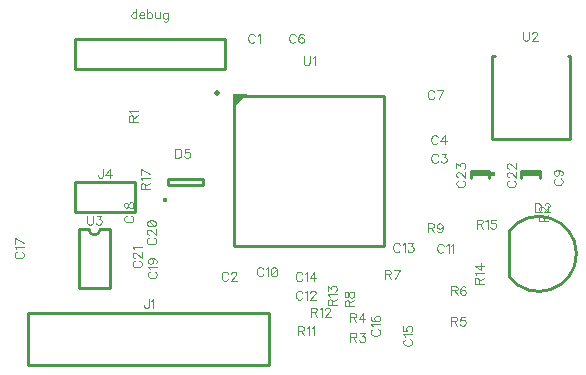
<source format=gbr>
G04 DipTrace 2.4.0.2*
%INTopSilk.gbr*%
%MOIN*%
%ADD10C,0.0098*%
%ADD25C,0.0154*%
%ADD31O,0.0179X0.0184*%
%ADD69C,0.0046*%
%FSLAX44Y44*%
G04*
G70*
G90*
G75*
G01*
%LNTopSilk*%
%LPD*%
X20287Y7928D2*
D10*
Y9426D1*
X20289Y7925D2*
G03X20289Y9429I998J752D01*
G01*
D25*
X8819Y10480D3*
X8911Y10981D2*
D10*
X10092D1*
Y11178D1*
X8911D1*
Y10981D1*
X5807Y15837D2*
X10807D1*
Y14837D1*
X5807D1*
Y15837D1*
X12299Y4987D2*
X4268D1*
Y6719D1*
X12299D1*
Y4987D1*
X5827Y10067D2*
X7827D1*
Y11067D1*
X5827D1*
Y10067D1*
X11133Y13950D2*
X16133D1*
Y8950D1*
X11133D1*
Y13950D1*
G36*
X11094Y13990D2*
Y13514D1*
X11570Y13990D1*
X11094D1*
G37*
D31*
X10544Y14046D3*
X19735Y12506D2*
D10*
X22334D1*
X19735Y15262D2*
Y12506D1*
Y15262D2*
X19814D1*
X22334D2*
Y12506D1*
Y15262D2*
X22255D1*
D25*
X19745Y11356D3*
X5958Y9511D2*
D10*
Y7543D1*
X6982Y9511D2*
Y7543D1*
X5958D2*
X6982D1*
X6273Y9511D2*
X5958D1*
X6667D2*
X6982D1*
X6273D2*
G03X6667Y9511I197J0D01*
G01*
X20697Y11352D2*
X21327D1*
X20697Y11426D2*
X21327D1*
X20697D2*
Y11191D1*
X21327Y11426D2*
Y11191D1*
X19010Y11352D2*
X19639D1*
X19010Y11426D2*
X19639D1*
X19010D2*
Y11191D1*
X19639Y11426D2*
Y11191D1*
X11816Y15940D2*
D69*
X11801Y15968D1*
X11772Y15997D1*
X11744Y16011D1*
X11687D1*
X11658Y15997D1*
X11629Y15968D1*
X11615Y15940D1*
X11600Y15897D1*
Y15825D1*
X11615Y15782D1*
X11629Y15753D1*
X11658Y15725D1*
X11687Y15710D1*
X11744D1*
X11772Y15725D1*
X11801Y15753D1*
X11816Y15782D1*
X11908Y15954D2*
X11937Y15968D1*
X11980Y16011D1*
Y15710D1*
X10922Y8012D2*
X10908Y8040D1*
X10879Y8069D1*
X10851Y8083D1*
X10793D1*
X10765Y8069D1*
X10736Y8040D1*
X10722Y8012D1*
X10707Y7968D1*
Y7896D1*
X10722Y7854D1*
X10736Y7825D1*
X10765Y7796D1*
X10793Y7782D1*
X10851D1*
X10879Y7796D1*
X10908Y7825D1*
X10922Y7854D1*
X11030Y8011D2*
Y8025D1*
X11044Y8054D1*
X11058Y8069D1*
X11087Y8083D1*
X11144D1*
X11173Y8069D1*
X11187Y8054D1*
X11202Y8025D1*
Y7997D1*
X11187Y7968D1*
X11159Y7925D1*
X11015Y7782D1*
X11216D1*
X17921Y11939D2*
X17907Y11968D1*
X17878Y11997D1*
X17849Y12011D1*
X17792D1*
X17763Y11997D1*
X17735Y11968D1*
X17720Y11939D1*
X17706Y11896D1*
Y11824D1*
X17720Y11782D1*
X17735Y11753D1*
X17763Y11724D1*
X17792Y11710D1*
X17849D1*
X17878Y11724D1*
X17907Y11753D1*
X17921Y11782D1*
X18042Y12011D2*
X18200D1*
X18114Y11896D1*
X18157D1*
X18186Y11882D1*
X18200Y11867D1*
X18215Y11824D1*
Y11796D1*
X18200Y11753D1*
X18171Y11724D1*
X18128Y11710D1*
X18085D1*
X18042Y11724D1*
X18028Y11738D1*
X18014Y11767D1*
X17914Y12564D2*
X17900Y12593D1*
X17871Y12622D1*
X17842Y12636D1*
X17785D1*
X17756Y12622D1*
X17727Y12593D1*
X17713Y12564D1*
X17699Y12521D1*
Y12449D1*
X17713Y12407D1*
X17727Y12378D1*
X17756Y12349D1*
X17785Y12335D1*
X17842D1*
X17871Y12349D1*
X17900Y12378D1*
X17914Y12407D1*
X18150Y12335D2*
Y12636D1*
X18006Y12435D1*
X18222D1*
X13178Y15940D2*
X13163Y15968D1*
X13135Y15997D1*
X13106Y16011D1*
X13049D1*
X13020Y15997D1*
X12991Y15968D1*
X12977Y15940D1*
X12963Y15897D1*
Y15825D1*
X12977Y15782D1*
X12991Y15753D1*
X13020Y15725D1*
X13049Y15710D1*
X13106D1*
X13135Y15725D1*
X13163Y15753D1*
X13178Y15782D1*
X13442Y15968D2*
X13428Y15997D1*
X13385Y16011D1*
X13357D1*
X13313Y15997D1*
X13285Y15954D1*
X13270Y15882D1*
Y15810D1*
X13285Y15753D1*
X13313Y15724D1*
X13357Y15710D1*
X13371D1*
X13414Y15724D1*
X13442Y15753D1*
X13457Y15796D1*
Y15810D1*
X13442Y15854D1*
X13414Y15882D1*
X13371Y15896D1*
X13357D1*
X13313Y15882D1*
X13285Y15854D1*
X13270Y15810D1*
X17796Y14065D2*
X17782Y14093D1*
X17753Y14122D1*
X17724Y14136D1*
X17667D1*
X17638Y14122D1*
X17610Y14093D1*
X17595Y14065D1*
X17581Y14021D1*
Y13950D1*
X17595Y13907D1*
X17610Y13878D1*
X17638Y13849D1*
X17667Y13835D1*
X17724D1*
X17753Y13849D1*
X17782Y13878D1*
X17796Y13907D1*
X17946Y13835D2*
X18090Y14136D1*
X17889D1*
X21852Y11190D2*
X21824Y11176D1*
X21795Y11147D1*
X21781Y11119D1*
Y11061D1*
X21795Y11032D1*
X21824Y11004D1*
X21852Y10989D1*
X21896Y10975D1*
X21968D1*
X22010Y10989D1*
X22039Y11004D1*
X22068Y11032D1*
X22082Y11061D1*
Y11119D1*
X22068Y11147D1*
X22039Y11176D1*
X22010Y11190D1*
X21881Y11470D2*
X21924Y11455D1*
X21953Y11427D1*
X21968Y11383D1*
Y11369D1*
X21953Y11326D1*
X21924Y11298D1*
X21881Y11283D1*
X21867D1*
X21824Y11298D1*
X21795Y11326D1*
X21781Y11369D1*
Y11383D1*
X21795Y11427D1*
X21824Y11455D1*
X21881Y11470D1*
X21953D1*
X22025Y11455D1*
X22068Y11427D1*
X22082Y11383D1*
Y11355D1*
X22068Y11312D1*
X22039Y11298D1*
X12100Y8162D2*
X12086Y8190D1*
X12057Y8219D1*
X12029Y8233D1*
X11971D1*
X11942Y8219D1*
X11914Y8190D1*
X11899Y8162D1*
X11885Y8118D1*
Y8046D1*
X11899Y8004D1*
X11914Y7975D1*
X11942Y7946D1*
X11971Y7932D1*
X12029D1*
X12057Y7946D1*
X12086Y7975D1*
X12100Y8004D1*
X12193Y8175D2*
X12222Y8190D1*
X12265Y8233D1*
Y7932D1*
X12444Y8233D2*
X12401Y8219D1*
X12372Y8175D1*
X12357Y8104D1*
Y8061D1*
X12372Y7989D1*
X12401Y7946D1*
X12444Y7932D1*
X12472D1*
X12515Y7946D1*
X12544Y7989D1*
X12558Y8061D1*
Y8104D1*
X12544Y8175D1*
X12515Y8219D1*
X12472Y8233D1*
X12444D1*
X12544Y8175D2*
X12372Y7989D1*
X18109Y8939D2*
X18095Y8968D1*
X18066Y8996D1*
X18037Y9011D1*
X17980D1*
X17951Y8996D1*
X17923Y8968D1*
X17908Y8939D1*
X17894Y8896D1*
Y8824D1*
X17908Y8781D1*
X17923Y8752D1*
X17951Y8724D1*
X17980Y8709D1*
X18037D1*
X18066Y8724D1*
X18095Y8752D1*
X18109Y8781D1*
X18202Y8953D2*
X18230Y8968D1*
X18274Y9010D1*
Y8709D1*
X18366Y8953D2*
X18395Y8968D1*
X18438Y9010D1*
Y8709D1*
X13401Y7376D2*
X13386Y7405D1*
X13358Y7434D1*
X13329Y7448D1*
X13272D1*
X13243Y7434D1*
X13214Y7405D1*
X13200Y7376D1*
X13185Y7333D1*
Y7261D1*
X13200Y7219D1*
X13214Y7190D1*
X13243Y7161D1*
X13272Y7147D1*
X13329D1*
X13358Y7161D1*
X13386Y7190D1*
X13401Y7219D1*
X13493Y7390D2*
X13522Y7405D1*
X13565Y7448D1*
Y7147D1*
X13672Y7376D2*
Y7390D1*
X13687Y7419D1*
X13701Y7433D1*
X13730Y7448D1*
X13787D1*
X13816Y7433D1*
X13830Y7419D1*
X13845Y7390D1*
Y7362D1*
X13830Y7333D1*
X13801Y7290D1*
X13658Y7147D1*
X13859D1*
X16651Y8972D2*
X16637Y9000D1*
X16608Y9029D1*
X16579Y9043D1*
X16522D1*
X16493Y9029D1*
X16465Y9000D1*
X16450Y8972D1*
X16436Y8928D1*
Y8856D1*
X16450Y8814D1*
X16465Y8785D1*
X16493Y8756D1*
X16522Y8742D1*
X16579D1*
X16608Y8756D1*
X16637Y8785D1*
X16651Y8814D1*
X16744Y8985D2*
X16772Y9000D1*
X16815Y9043D1*
Y8742D1*
X16937Y9043D2*
X17094D1*
X17009Y8928D1*
X17052D1*
X17080Y8914D1*
X17094Y8900D1*
X17109Y8856D1*
Y8828D1*
X17094Y8785D1*
X17066Y8756D1*
X17023Y8742D1*
X16980D1*
X16937Y8756D1*
X16923Y8771D1*
X16908Y8799D1*
X13394Y8001D2*
X13379Y8030D1*
X13350Y8059D1*
X13322Y8073D1*
X13265D1*
X13236Y8059D1*
X13207Y8030D1*
X13193Y8001D1*
X13178Y7958D1*
Y7886D1*
X13193Y7844D1*
X13207Y7815D1*
X13236Y7786D1*
X13265Y7772D1*
X13322D1*
X13350Y7786D1*
X13379Y7815D1*
X13394Y7844D1*
X13486Y8015D2*
X13515Y8030D1*
X13558Y8073D1*
Y7772D1*
X13794D2*
Y8073D1*
X13651Y7872D1*
X13866D1*
X16842Y5830D2*
X16814Y5816D1*
X16785Y5787D1*
X16771Y5759D1*
Y5701D1*
X16785Y5672D1*
X16814Y5644D1*
X16842Y5629D1*
X16886Y5615D1*
X16958D1*
X17000Y5629D1*
X17029Y5644D1*
X17058Y5672D1*
X17072Y5701D1*
Y5759D1*
X17058Y5787D1*
X17029Y5816D1*
X17000Y5830D1*
X16829Y5923D2*
X16814Y5952D1*
X16771Y5995D1*
X17072D1*
X16771Y6260D2*
Y6116D1*
X16900Y6102D1*
X16886Y6116D1*
X16871Y6159D1*
Y6202D1*
X16886Y6245D1*
X16914Y6274D1*
X16958Y6288D1*
X16986D1*
X17029Y6274D1*
X17058Y6245D1*
X17072Y6202D1*
Y6159D1*
X17058Y6116D1*
X17043Y6102D1*
X17015Y6087D1*
X15762Y6167D2*
X15734Y6153D1*
X15705Y6124D1*
X15691Y6096D1*
Y6038D1*
X15705Y6010D1*
X15734Y5981D1*
X15762Y5967D1*
X15806Y5952D1*
X15878D1*
X15920Y5967D1*
X15949Y5981D1*
X15978Y6010D1*
X15992Y6038D1*
Y6096D1*
X15978Y6124D1*
X15949Y6153D1*
X15920Y6167D1*
X15749Y6260D2*
X15734Y6289D1*
X15691Y6332D1*
X15992D1*
X15734Y6597D2*
X15705Y6583D1*
X15691Y6539D1*
Y6511D1*
X15705Y6468D1*
X15749Y6439D1*
X15820Y6425D1*
X15892D1*
X15949Y6439D1*
X15978Y6468D1*
X15992Y6511D1*
Y6525D1*
X15978Y6568D1*
X15949Y6597D1*
X15906Y6611D1*
X15892D1*
X15849Y6597D1*
X15820Y6568D1*
X15806Y6525D1*
Y6511D1*
X15820Y6468D1*
X15849Y6439D1*
X15892Y6425D1*
X3882Y8740D2*
X3854Y8726D1*
X3825Y8697D1*
X3811Y8669D1*
Y8611D1*
X3825Y8582D1*
X3854Y8554D1*
X3882Y8539D1*
X3926Y8525D1*
X3998D1*
X4040Y8539D1*
X4069Y8554D1*
X4098Y8582D1*
X4112Y8611D1*
Y8669D1*
X4098Y8697D1*
X4069Y8726D1*
X4040Y8740D1*
X3869Y8833D2*
X3854Y8862D1*
X3811Y8905D1*
X4112D1*
Y9055D2*
X3811Y9198D1*
Y8997D1*
X7542Y9940D2*
X7514Y9926D1*
X7485Y9897D1*
X7471Y9869D1*
Y9811D1*
X7485Y9782D1*
X7514Y9754D1*
X7542Y9739D1*
X7586Y9725D1*
X7658D1*
X7700Y9739D1*
X7729Y9754D1*
X7758Y9782D1*
X7772Y9811D1*
Y9869D1*
X7758Y9897D1*
X7729Y9926D1*
X7700Y9940D1*
X7529Y10033D2*
X7514Y10062D1*
X7471Y10105D1*
X7772D1*
X7471Y10269D2*
X7485Y10226D1*
X7514Y10212D1*
X7543D1*
X7571Y10226D1*
X7586Y10255D1*
X7600Y10312D1*
X7614Y10355D1*
X7643Y10384D1*
X7672Y10398D1*
X7715D1*
X7743Y10384D1*
X7758Y10370D1*
X7772Y10327D1*
Y10269D1*
X7758Y10226D1*
X7743Y10212D1*
X7715Y10198D1*
X7672D1*
X7643Y10212D1*
X7614Y10241D1*
X7600Y10283D1*
X7586Y10341D1*
X7571Y10370D1*
X7543Y10384D1*
X7514D1*
X7485Y10370D1*
X7471Y10327D1*
Y10269D1*
X8322Y8087D2*
X8294Y8073D1*
X8265Y8044D1*
X8251Y8016D1*
Y7958D1*
X8265Y7929D1*
X8294Y7901D1*
X8322Y7886D1*
X8366Y7872D1*
X8438D1*
X8480Y7886D1*
X8509Y7901D1*
X8538Y7929D1*
X8552Y7958D1*
Y8016D1*
X8538Y8044D1*
X8509Y8073D1*
X8480Y8087D1*
X8309Y8180D2*
X8294Y8209D1*
X8251Y8252D1*
X8552D1*
X8351Y8531D2*
X8394Y8517D1*
X8423Y8488D1*
X8438Y8445D1*
Y8431D1*
X8423Y8388D1*
X8394Y8359D1*
X8351Y8345D1*
X8337D1*
X8294Y8359D1*
X8265Y8388D1*
X8251Y8431D1*
Y8445D1*
X8265Y8488D1*
X8294Y8517D1*
X8351Y8531D1*
X8423D1*
X8495Y8517D1*
X8538Y8488D1*
X8552Y8445D1*
Y8416D1*
X8538Y8373D1*
X8509Y8359D1*
X8292Y9206D2*
X8264Y9192D1*
X8235Y9163D1*
X8221Y9135D1*
Y9077D1*
X8235Y9049D1*
X8264Y9020D1*
X8292Y9005D1*
X8336Y8991D1*
X8408D1*
X8450Y9005D1*
X8479Y9020D1*
X8508Y9049D1*
X8522Y9077D1*
Y9135D1*
X8508Y9163D1*
X8479Y9192D1*
X8450Y9206D1*
X8293Y9314D2*
X8279D1*
X8250Y9328D1*
X8235Y9342D1*
X8221Y9371D1*
Y9428D1*
X8235Y9457D1*
X8250Y9471D1*
X8279Y9486D1*
X8307D1*
X8336Y9471D1*
X8379Y9443D1*
X8522Y9299D1*
Y9500D1*
X8221Y9679D2*
X8235Y9636D1*
X8279Y9607D1*
X8350Y9593D1*
X8393D1*
X8465Y9607D1*
X8508Y9636D1*
X8522Y9679D1*
Y9707D1*
X8508Y9750D1*
X8465Y9779D1*
X8393Y9794D1*
X8350D1*
X8279Y9779D1*
X8235Y9750D1*
X8221Y9707D1*
Y9679D1*
X8279Y9779D2*
X8465Y9607D1*
X7812Y8440D2*
X7784Y8426D1*
X7755Y8397D1*
X7741Y8369D1*
Y8311D1*
X7755Y8282D1*
X7784Y8254D1*
X7812Y8239D1*
X7856Y8225D1*
X7928D1*
X7970Y8239D1*
X7999Y8254D1*
X8028Y8282D1*
X8042Y8311D1*
Y8369D1*
X8028Y8397D1*
X7999Y8426D1*
X7970Y8440D1*
X7813Y8547D2*
X7799D1*
X7770Y8562D1*
X7755Y8576D1*
X7741Y8605D1*
Y8662D1*
X7755Y8691D1*
X7770Y8705D1*
X7799Y8720D1*
X7827D1*
X7856Y8705D1*
X7899Y8676D1*
X8042Y8533D1*
Y8734D1*
X7799Y8826D2*
X7784Y8855D1*
X7741Y8898D1*
X8042D1*
X21165Y10366D2*
Y10065D1*
X21265D1*
X21308Y10079D1*
X21337Y10108D1*
X21351Y10137D1*
X21366Y10179D1*
Y10251D1*
X21351Y10295D1*
X21337Y10323D1*
X21308Y10352D1*
X21265Y10366D1*
X21165D1*
X21473Y10294D2*
Y10308D1*
X21487Y10337D1*
X21502Y10352D1*
X21530Y10366D1*
X21588D1*
X21616Y10352D1*
X21631Y10337D1*
X21645Y10308D1*
Y10280D1*
X21631Y10251D1*
X21602Y10208D1*
X21458Y10065D1*
X21659D1*
X9169Y12179D2*
Y11877D1*
X9270D1*
X9313Y11892D1*
X9342Y11920D1*
X9356Y11949D1*
X9370Y11992D1*
Y12064D1*
X9356Y12107D1*
X9342Y12135D1*
X9313Y12164D1*
X9270Y12179D1*
X9169D1*
X9635Y12178D2*
X9492D1*
X9477Y12049D1*
X9492Y12063D1*
X9535Y12078D1*
X9578D1*
X9621Y12063D1*
X9650Y12035D1*
X9664Y11992D1*
Y11963D1*
X9650Y11920D1*
X9621Y11891D1*
X9578Y11877D1*
X9535D1*
X9492Y11891D1*
X9477Y11906D1*
X9463Y11934D1*
X7871Y16826D2*
Y16524D1*
Y16682D2*
X7842Y16711D1*
X7813Y16725D1*
X7770D1*
X7742Y16711D1*
X7713Y16682D1*
X7699Y16639D1*
Y16610D1*
X7713Y16567D1*
X7742Y16539D1*
X7770Y16524D1*
X7813D1*
X7842Y16539D1*
X7871Y16567D1*
X7963Y16639D2*
X8135D1*
Y16668D1*
X8121Y16697D1*
X8107Y16711D1*
X8078Y16725D1*
X8035D1*
X8006Y16711D1*
X7978Y16682D1*
X7963Y16639D1*
Y16610D1*
X7978Y16567D1*
X8006Y16539D1*
X8035Y16524D1*
X8078D1*
X8107Y16539D1*
X8135Y16567D1*
X8228Y16826D2*
Y16524D1*
Y16682D2*
X8257Y16711D1*
X8285Y16725D1*
X8329D1*
X8357Y16711D1*
X8386Y16682D1*
X8400Y16639D1*
Y16610D1*
X8386Y16567D1*
X8357Y16539D1*
X8329Y16524D1*
X8285D1*
X8257Y16539D1*
X8228Y16567D1*
X8493Y16725D2*
Y16581D1*
X8507Y16539D1*
X8536Y16524D1*
X8579D1*
X8608Y16539D1*
X8651Y16581D1*
Y16725D2*
Y16524D1*
X8915Y16711D2*
Y16481D1*
X8901Y16438D1*
X8887Y16424D1*
X8858Y16409D1*
X8815D1*
X8786Y16424D1*
X8915Y16668D2*
X8887Y16696D1*
X8858Y16711D1*
X8815D1*
X8786Y16696D1*
X8758Y16668D1*
X8743Y16625D1*
Y16596D1*
X8758Y16553D1*
X8786Y16524D1*
X8815Y16510D1*
X8858D1*
X8887Y16524D1*
X8915Y16553D1*
X8273Y7159D2*
Y6929D1*
X8259Y6886D1*
X8244Y6872D1*
X8216Y6857D1*
X8187D1*
X8158Y6872D1*
X8144Y6886D1*
X8130Y6929D1*
Y6958D1*
X8366Y7101D2*
X8395Y7116D1*
X8438Y7158D1*
Y6857D1*
X6745Y11506D2*
Y11277D1*
X6731Y11234D1*
X6716Y11219D1*
X6688Y11205D1*
X6659D1*
X6630Y11219D1*
X6616Y11234D1*
X6601Y11277D1*
Y11305D1*
X6981Y11205D2*
Y11506D1*
X6838Y11305D1*
X7053D1*
X7764Y13089D2*
Y13218D1*
X7750Y13261D1*
X7736Y13276D1*
X7707Y13290D1*
X7678D1*
X7650Y13276D1*
X7635Y13261D1*
X7621Y13218D1*
Y13089D1*
X7922D1*
X7764Y13189D2*
X7922Y13290D1*
X7679Y13382D2*
X7664Y13411D1*
X7621Y13454D1*
X7922D1*
X21446Y9775D2*
Y9904D1*
X21431Y9947D1*
X21417Y9961D1*
X21388Y9975D1*
X21360D1*
X21331Y9961D1*
X21316Y9947D1*
X21302Y9904D1*
Y9775D1*
X21604D1*
X21446Y9875D2*
X21604Y9975D1*
X21374Y10083D2*
X21360D1*
X21331Y10097D1*
X21317Y10111D1*
X21303Y10140D1*
Y10197D1*
X21317Y10226D1*
X21331Y10240D1*
X21360Y10255D1*
X21388D1*
X21417Y10240D1*
X21460Y10212D1*
X21604Y10068D1*
Y10269D1*
X15004Y5900D2*
X15133D1*
X15176Y5914D1*
X15191Y5928D1*
X15205Y5957D1*
Y5986D1*
X15191Y6014D1*
X15176Y6029D1*
X15133Y6043D1*
X15004D1*
Y5742D1*
X15105Y5900D2*
X15205Y5742D1*
X15327Y6043D2*
X15484D1*
X15398Y5928D1*
X15442D1*
X15470Y5914D1*
X15484Y5900D1*
X15499Y5856D1*
Y5828D1*
X15484Y5785D1*
X15456Y5756D1*
X15413Y5742D1*
X15370D1*
X15327Y5756D1*
X15313Y5771D1*
X15298Y5799D1*
X14988Y6560D2*
X15117D1*
X15160Y6574D1*
X15175Y6588D1*
X15189Y6617D1*
Y6646D1*
X15175Y6674D1*
X15160Y6689D1*
X15117Y6703D1*
X14988D1*
Y6402D1*
X15088Y6560D2*
X15189Y6402D1*
X15425D2*
Y6703D1*
X15282Y6502D1*
X15497D1*
X18355Y6440D2*
X18484D1*
X18527Y6454D1*
X18542Y6468D1*
X18556Y6497D1*
Y6526D1*
X18542Y6554D1*
X18527Y6569D1*
X18484Y6583D1*
X18355D1*
Y6282D1*
X18456Y6440D2*
X18556Y6282D1*
X18821Y6583D2*
X18678D1*
X18663Y6454D1*
X18678Y6468D1*
X18721Y6483D1*
X18763D1*
X18807Y6468D1*
X18835Y6440D1*
X18850Y6396D1*
Y6368D1*
X18835Y6325D1*
X18807Y6296D1*
X18763Y6282D1*
X18721D1*
X18678Y6296D1*
X18663Y6311D1*
X18649Y6339D1*
X18372Y7460D2*
X18501D1*
X18544Y7474D1*
X18558Y7488D1*
X18573Y7517D1*
Y7546D1*
X18558Y7574D1*
X18544Y7589D1*
X18501Y7603D1*
X18372D1*
Y7302D1*
X18472Y7460D2*
X18573Y7302D1*
X18837Y7560D2*
X18823Y7589D1*
X18780Y7603D1*
X18751D1*
X18708Y7589D1*
X18680Y7545D1*
X18665Y7474D1*
Y7402D1*
X18680Y7345D1*
X18708Y7316D1*
X18751Y7302D1*
X18766D1*
X18809Y7316D1*
X18837Y7345D1*
X18852Y7388D1*
Y7402D1*
X18837Y7445D1*
X18809Y7474D1*
X18766Y7488D1*
X18751D1*
X18708Y7474D1*
X18680Y7445D1*
X18665Y7402D1*
X16150Y7992D2*
X16279D1*
X16322Y8007D1*
X16337Y8021D1*
X16351Y8049D1*
Y8078D1*
X16337Y8107D1*
X16322Y8121D1*
X16279Y8136D1*
X16150D1*
Y7834D1*
X16251Y7992D2*
X16351Y7834D1*
X16501D2*
X16645Y8135D1*
X16444D1*
X14964Y6925D2*
Y7054D1*
X14950Y7097D1*
X14936Y7112D1*
X14907Y7126D1*
X14878D1*
X14850Y7112D1*
X14835Y7097D1*
X14821Y7054D1*
Y6925D1*
X15122D1*
X14964Y7026D2*
X15122Y7126D1*
X14821Y7290D2*
X14835Y7248D1*
X14864Y7233D1*
X14893D1*
X14921Y7248D1*
X14936Y7276D1*
X14950Y7334D1*
X14964Y7377D1*
X14993Y7405D1*
X15022Y7419D1*
X15065D1*
X15093Y7405D1*
X15108Y7391D1*
X15122Y7348D1*
Y7290D1*
X15108Y7248D1*
X15093Y7233D1*
X15065Y7219D1*
X15022D1*
X14993Y7233D1*
X14964Y7262D1*
X14950Y7305D1*
X14936Y7362D1*
X14921Y7391D1*
X14893Y7405D1*
X14864D1*
X14835Y7391D1*
X14821Y7348D1*
Y7290D1*
X17595Y9555D2*
X17724D1*
X17767Y9569D1*
X17782Y9584D1*
X17796Y9612D1*
Y9641D1*
X17782Y9669D1*
X17767Y9684D1*
X17724Y9698D1*
X17595D1*
Y9397D1*
X17695Y9555D2*
X17796Y9397D1*
X18075Y9598D2*
X18061Y9555D1*
X18032Y9526D1*
X17989Y9512D1*
X17975D1*
X17932Y9526D1*
X17903Y9555D1*
X17889Y9598D1*
Y9612D1*
X17903Y9655D1*
X17932Y9684D1*
X17975Y9698D1*
X17989D1*
X18032Y9684D1*
X18061Y9655D1*
X18075Y9598D1*
Y9526D1*
X18061Y9454D1*
X18032Y9411D1*
X17989Y9397D1*
X17961D1*
X17917Y9411D1*
X17903Y9440D1*
X13257Y6117D2*
X13386D1*
X13429Y6131D1*
X13444Y6146D1*
X13458Y6174D1*
Y6203D1*
X13444Y6232D1*
X13429Y6246D1*
X13386Y6260D1*
X13257D1*
Y5959D1*
X13358Y6117D2*
X13458Y5959D1*
X13551Y6203D2*
X13580Y6217D1*
X13623Y6260D1*
Y5959D1*
X13715Y6203D2*
X13744Y6217D1*
X13787Y6260D1*
Y5959D1*
X13683Y6740D2*
X13812D1*
X13855Y6754D1*
X13869Y6768D1*
X13884Y6797D1*
Y6826D1*
X13869Y6854D1*
X13855Y6869D1*
X13812Y6883D1*
X13683D1*
Y6582D1*
X13783Y6740D2*
X13884Y6582D1*
X13976Y6825D2*
X14005Y6840D1*
X14048Y6883D1*
Y6582D1*
X14156Y6811D2*
Y6825D1*
X14170Y6854D1*
X14184Y6869D1*
X14213Y6883D1*
X14270D1*
X14299Y6869D1*
X14313Y6854D1*
X14328Y6825D1*
Y6797D1*
X14313Y6768D1*
X14285Y6725D1*
X14141Y6582D1*
X14342D1*
X14394Y6963D2*
Y7092D1*
X14380Y7135D1*
X14366Y7149D1*
X14337Y7164D1*
X14308D1*
X14280Y7149D1*
X14265Y7135D1*
X14251Y7092D1*
Y6963D1*
X14552D1*
X14394Y7063D2*
X14552Y7164D1*
X14309Y7256D2*
X14294Y7285D1*
X14251Y7328D1*
X14552D1*
X14251Y7450D2*
Y7607D1*
X14366Y7521D1*
Y7565D1*
X14380Y7593D1*
X14394Y7607D1*
X14438Y7622D1*
X14466D1*
X14509Y7607D1*
X14538Y7579D1*
X14552Y7536D1*
Y7493D1*
X14538Y7450D1*
X14523Y7436D1*
X14495Y7421D1*
X19284Y7685D2*
Y7814D1*
X19270Y7857D1*
X19256Y7872D1*
X19227Y7886D1*
X19198D1*
X19170Y7872D1*
X19155Y7857D1*
X19141Y7814D1*
Y7685D1*
X19442D1*
X19284Y7785D2*
X19442Y7886D1*
X19199Y7979D2*
X19184Y8007D1*
X19141Y8051D1*
X19442D1*
Y8287D2*
X19141D1*
X19342Y8143D1*
Y8358D1*
X19212Y9680D2*
X19341D1*
X19384Y9694D1*
X19399Y9708D1*
X19413Y9737D1*
Y9766D1*
X19399Y9794D1*
X19384Y9809D1*
X19341Y9823D1*
X19212D1*
Y9522D1*
X19313Y9680D2*
X19413Y9522D1*
X19506Y9765D2*
X19535Y9780D1*
X19578Y9823D1*
Y9522D1*
X19842Y9823D2*
X19699D1*
X19685Y9694D1*
X19699Y9708D1*
X19742Y9723D1*
X19785D1*
X19828Y9708D1*
X19857Y9680D1*
X19871Y9636D1*
Y9608D1*
X19857Y9565D1*
X19828Y9536D1*
X19785Y9522D1*
X19742D1*
X19699Y9536D1*
X19685Y9551D1*
X19670Y9579D1*
X8154Y10833D2*
Y10962D1*
X8140Y11005D1*
X8126Y11019D1*
X8097Y11034D1*
X8068D1*
X8040Y11019D1*
X8025Y11005D1*
X8011Y10962D1*
Y10833D1*
X8312D1*
X8154Y10933D2*
X8312Y11034D1*
X8069Y11126D2*
X8054Y11155D1*
X8011Y11198D1*
X8312D1*
Y11348D2*
X8011Y11492D1*
Y11291D1*
X13450Y15276D2*
Y15060D1*
X13465Y15017D1*
X13493Y14989D1*
X13537Y14974D1*
X13565D1*
X13608Y14989D1*
X13637Y15017D1*
X13651Y15060D1*
Y15276D1*
X13744Y15218D2*
X13773Y15232D1*
X13816Y15275D1*
Y14974D1*
X20753Y16085D2*
Y15870D1*
X20768Y15826D1*
X20797Y15798D1*
X20840Y15783D1*
X20868D1*
X20911Y15798D1*
X20940Y15826D1*
X20954Y15870D1*
Y16085D1*
X21062Y16013D2*
Y16027D1*
X21076Y16056D1*
X21090Y16070D1*
X21119Y16084D1*
X21176D1*
X21205Y16070D1*
X21219Y16056D1*
X21234Y16027D1*
Y15999D1*
X21219Y15970D1*
X21191Y15927D1*
X21047Y15783D1*
X21248D1*
X6223Y9951D2*
Y9735D1*
X6237Y9692D1*
X6266Y9664D1*
X6309Y9649D1*
X6337D1*
X6381Y9664D1*
X6409Y9692D1*
X6424Y9735D1*
Y9951D1*
X6545Y9950D2*
X6703D1*
X6617Y9836D1*
X6660D1*
X6688Y9821D1*
X6703Y9807D1*
X6717Y9764D1*
Y9735D1*
X6703Y9692D1*
X6674Y9663D1*
X6631Y9649D1*
X6588D1*
X6545Y9663D1*
X6531Y9678D1*
X6516Y9707D1*
X20290Y11122D2*
X20262Y11108D1*
X20233Y11079D1*
X20218Y11051D1*
Y10993D1*
X20233Y10965D1*
X20262Y10936D1*
X20290Y10921D1*
X20333Y10907D1*
X20405D1*
X20448Y10921D1*
X20477Y10936D1*
X20505Y10965D1*
X20520Y10993D1*
Y11051D1*
X20505Y11079D1*
X20477Y11108D1*
X20448Y11122D1*
X20290Y11230D2*
X20276D1*
X20247Y11244D1*
X20233Y11258D1*
X20219Y11287D1*
Y11344D1*
X20233Y11373D1*
X20247Y11387D1*
X20276Y11402D1*
X20305D1*
X20334Y11387D1*
X20376Y11359D1*
X20520Y11215D1*
Y11416D1*
X20290Y11523D2*
X20276D1*
X20247Y11537D1*
X20233Y11552D1*
X20219Y11581D1*
Y11638D1*
X20233Y11666D1*
X20247Y11681D1*
X20276Y11695D1*
X20305D1*
X20334Y11681D1*
X20376Y11652D1*
X20520Y11509D1*
Y11710D1*
X18602Y11122D2*
X18574Y11108D1*
X18545Y11079D1*
X18531Y11051D1*
Y10993D1*
X18545Y10965D1*
X18574Y10936D1*
X18602Y10921D1*
X18645Y10907D1*
X18717D1*
X18760Y10921D1*
X18789Y10936D1*
X18818Y10965D1*
X18832Y10993D1*
Y11051D1*
X18818Y11079D1*
X18789Y11108D1*
X18760Y11122D1*
X18603Y11230D2*
X18588D1*
X18560Y11244D1*
X18545Y11258D1*
X18531Y11287D1*
Y11344D1*
X18545Y11373D1*
X18560Y11387D1*
X18588Y11402D1*
X18617D1*
X18646Y11387D1*
X18689Y11359D1*
X18832Y11215D1*
Y11416D1*
X18531Y11537D2*
Y11695D1*
X18646Y11609D1*
Y11652D1*
X18660Y11681D1*
X18674Y11695D1*
X18717Y11710D1*
X18746D1*
X18789Y11695D1*
X18818Y11666D1*
X18832Y11623D1*
Y11580D1*
X18818Y11537D1*
X18803Y11523D1*
X18775Y11509D1*
M02*

</source>
